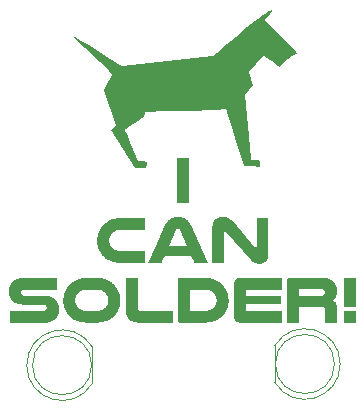
<source format=gto>
%TF.GenerationSoftware,KiCad,Pcbnew,8.0.3*%
%TF.CreationDate,2024-07-02T11:26:53+01:00*%
%TF.ProjectId,I_Can_Solder_Badge,495f4361-6e5f-4536-9f6c-6465725f4261,rev?*%
%TF.SameCoordinates,Original*%
%TF.FileFunction,Legend,Top*%
%TF.FilePolarity,Positive*%
%FSLAX46Y46*%
G04 Gerber Fmt 4.6, Leading zero omitted, Abs format (unit mm)*
G04 Created by KiCad (PCBNEW 8.0.3) date 2024-07-02 11:26:53*
%MOMM*%
%LPD*%
G01*
G04 APERTURE LIST*
%ADD10C,0.000000*%
%ADD11C,0.120000*%
G04 APERTURE END LIST*
D10*
G36*
X143788272Y-73946523D02*
G01*
X143851285Y-73950039D01*
X143911562Y-73956061D01*
X143969317Y-73964719D01*
X144024765Y-73976147D01*
X144078120Y-73990475D01*
X144129595Y-74007836D01*
X144179406Y-74028361D01*
X144227767Y-74052183D01*
X144274891Y-74079433D01*
X144320993Y-74110243D01*
X144366288Y-74144745D01*
X144410990Y-74183070D01*
X144455312Y-74225352D01*
X144499469Y-74271721D01*
X144543676Y-74322309D01*
X146400192Y-76544496D01*
X146402845Y-76548092D01*
X146405531Y-76551496D01*
X146408247Y-76554712D01*
X146410993Y-76557745D01*
X146413768Y-76560601D01*
X146416571Y-76563284D01*
X146419400Y-76565800D01*
X146422255Y-76568155D01*
X146425135Y-76570352D01*
X146428039Y-76572398D01*
X146433913Y-76576056D01*
X146439870Y-76579169D01*
X146445901Y-76581779D01*
X146451997Y-76583928D01*
X146458152Y-76585655D01*
X146464356Y-76587004D01*
X146470602Y-76588015D01*
X146476880Y-76588729D01*
X146483183Y-76589188D01*
X146489504Y-76589433D01*
X146495832Y-76589506D01*
X146504134Y-76589110D01*
X146508176Y-76588616D01*
X146512139Y-76587923D01*
X146516020Y-76587033D01*
X146519814Y-76585946D01*
X146523518Y-76584660D01*
X146527127Y-76583177D01*
X146530637Y-76581496D01*
X146534044Y-76579617D01*
X146537343Y-76577540D01*
X146540532Y-76575266D01*
X146543605Y-76572794D01*
X146546559Y-76570124D01*
X146549389Y-76567256D01*
X146552091Y-76564191D01*
X146554661Y-76560927D01*
X146557096Y-76557466D01*
X146559390Y-76553807D01*
X146561540Y-76549951D01*
X146563542Y-76545896D01*
X146565391Y-76541644D01*
X146567083Y-76537194D01*
X146568615Y-76532546D01*
X146569983Y-76527700D01*
X146571181Y-76522657D01*
X146572206Y-76517416D01*
X146573054Y-76511977D01*
X146573721Y-76506340D01*
X146574202Y-76500505D01*
X146574592Y-76488243D01*
X146574592Y-74029767D01*
X147570360Y-74029767D01*
X147570356Y-77095828D01*
X147569360Y-77148655D01*
X147566411Y-77199554D01*
X147561567Y-77248541D01*
X147554885Y-77295632D01*
X147546423Y-77340845D01*
X147536239Y-77384195D01*
X147524390Y-77425699D01*
X147510933Y-77465373D01*
X147495928Y-77503235D01*
X147479431Y-77539300D01*
X147461500Y-77573585D01*
X147442193Y-77606106D01*
X147421568Y-77636880D01*
X147399681Y-77665924D01*
X147376591Y-77693254D01*
X147352356Y-77718886D01*
X147327033Y-77742836D01*
X147300680Y-77765123D01*
X147273354Y-77785761D01*
X147245114Y-77804767D01*
X147216017Y-77822158D01*
X147186120Y-77837950D01*
X147155482Y-77852160D01*
X147124159Y-77864805D01*
X147092211Y-77875900D01*
X147059693Y-77885462D01*
X147026665Y-77893508D01*
X146993183Y-77900054D01*
X146959306Y-77905116D01*
X146925091Y-77908712D01*
X146890596Y-77910858D01*
X146855879Y-77911569D01*
X146796672Y-77910507D01*
X146739286Y-77907295D01*
X146683697Y-77901890D01*
X146629879Y-77894252D01*
X146577809Y-77884340D01*
X146527461Y-77872112D01*
X146478811Y-77857527D01*
X146431834Y-77840544D01*
X146386505Y-77821122D01*
X146342799Y-77799219D01*
X146300692Y-77774794D01*
X146260159Y-77747806D01*
X146221175Y-77718215D01*
X146183716Y-77685978D01*
X146147757Y-77651054D01*
X146113273Y-77613403D01*
X144026102Y-75199933D01*
X144020826Y-75193803D01*
X144015542Y-75188068D01*
X144010242Y-75182728D01*
X144004917Y-75177784D01*
X143999559Y-75173235D01*
X143994160Y-75169082D01*
X143988711Y-75165324D01*
X143983205Y-75161962D01*
X143977633Y-75158995D01*
X143971986Y-75156424D01*
X143966258Y-75154248D01*
X143960439Y-75152468D01*
X143954521Y-75151083D01*
X143948496Y-75150094D01*
X143942356Y-75149501D01*
X143936092Y-75149303D01*
X143931363Y-75149418D01*
X143926674Y-75149762D01*
X143922033Y-75150332D01*
X143917446Y-75151127D01*
X143912921Y-75152144D01*
X143908465Y-75153382D01*
X143904085Y-75154838D01*
X143899789Y-75156511D01*
X143895583Y-75158397D01*
X143891475Y-75160496D01*
X143887472Y-75162806D01*
X143883581Y-75165323D01*
X143879810Y-75168046D01*
X143876166Y-75170973D01*
X143872655Y-75174102D01*
X143869285Y-75177431D01*
X143866064Y-75180958D01*
X143862999Y-75184680D01*
X143860096Y-75188597D01*
X143857363Y-75192704D01*
X143854808Y-75197002D01*
X143852436Y-75201486D01*
X143850257Y-75206156D01*
X143848276Y-75211010D01*
X143846501Y-75216045D01*
X143844939Y-75221259D01*
X143843598Y-75226650D01*
X143842485Y-75232217D01*
X143841606Y-75237956D01*
X143840970Y-75243867D01*
X143840583Y-75249946D01*
X143840452Y-75256193D01*
X143840452Y-77832809D01*
X142839059Y-77832809D01*
X142839059Y-74834257D01*
X142840140Y-74774785D01*
X142843354Y-74717657D01*
X142848660Y-74662843D01*
X142856014Y-74610312D01*
X142865375Y-74560036D01*
X142876700Y-74511983D01*
X142889947Y-74466125D01*
X142905075Y-74422430D01*
X142922040Y-74380871D01*
X142940800Y-74341415D01*
X142961314Y-74304035D01*
X142983539Y-74268699D01*
X143007433Y-74235378D01*
X143032953Y-74204042D01*
X143060057Y-74174661D01*
X143088704Y-74147206D01*
X143118850Y-74121646D01*
X143150454Y-74097951D01*
X143183474Y-74076093D01*
X143217866Y-74056040D01*
X143253590Y-74037762D01*
X143290602Y-74021231D01*
X143328860Y-74006416D01*
X143368323Y-73993288D01*
X143408948Y-73981816D01*
X143450692Y-73971970D01*
X143537372Y-73957039D01*
X143628023Y-73948255D01*
X143722309Y-73945381D01*
X143788272Y-73946523D01*
G37*
G36*
X142189274Y-79092988D02*
G01*
X142302415Y-79095212D01*
X142411921Y-79101812D01*
X142517851Y-79112680D01*
X142620263Y-79127710D01*
X142719213Y-79146795D01*
X142814760Y-79169827D01*
X142906960Y-79196699D01*
X142995873Y-79227304D01*
X143081555Y-79261535D01*
X143164065Y-79299286D01*
X143243459Y-79340448D01*
X143319796Y-79384914D01*
X143393133Y-79432579D01*
X143463529Y-79483333D01*
X143531040Y-79537071D01*
X143595724Y-79593685D01*
X143664726Y-79660840D01*
X143730292Y-79731406D01*
X143792282Y-79805237D01*
X143850555Y-79882182D01*
X143904971Y-79962094D01*
X143955390Y-80044825D01*
X144001673Y-80130225D01*
X144043678Y-80218148D01*
X144081266Y-80308443D01*
X144114297Y-80400964D01*
X144142631Y-80495562D01*
X144166127Y-80592088D01*
X144184646Y-80690393D01*
X144198047Y-80790331D01*
X144206191Y-80891752D01*
X144208936Y-80994508D01*
X144206777Y-81087779D01*
X144200366Y-81179764D01*
X144189801Y-81270365D01*
X144175182Y-81359482D01*
X144156607Y-81447017D01*
X144134175Y-81532871D01*
X144107986Y-81616945D01*
X144078137Y-81699139D01*
X144044728Y-81779357D01*
X144007859Y-81857497D01*
X143967626Y-81933462D01*
X143924131Y-82007152D01*
X143877471Y-82078469D01*
X143827745Y-82147314D01*
X143775052Y-82213587D01*
X143719492Y-82277191D01*
X143652305Y-82347183D01*
X143581517Y-82413615D01*
X143507086Y-82476356D01*
X143428972Y-82535273D01*
X143347133Y-82590234D01*
X143261528Y-82641108D01*
X143172116Y-82687763D01*
X143078854Y-82730066D01*
X142981704Y-82767886D01*
X142880622Y-82801092D01*
X142775568Y-82829551D01*
X142666501Y-82853131D01*
X142553380Y-82871701D01*
X142436162Y-82885128D01*
X142314808Y-82893281D01*
X142189275Y-82896028D01*
X140135858Y-82896028D01*
X140106193Y-82895104D01*
X140092055Y-82893947D01*
X140078381Y-82892325D01*
X140065174Y-82890238D01*
X140052432Y-82887684D01*
X140040159Y-82884662D01*
X140028354Y-82881172D01*
X140017019Y-82877212D01*
X140006154Y-82872781D01*
X139995762Y-82867879D01*
X139985842Y-82862503D01*
X139976396Y-82856654D01*
X139967425Y-82850330D01*
X139958929Y-82843530D01*
X139950911Y-82836253D01*
X139943371Y-82828498D01*
X139936309Y-82820264D01*
X139929728Y-82811550D01*
X139923628Y-82802355D01*
X139918009Y-82792678D01*
X139912874Y-82782517D01*
X139908223Y-82771873D01*
X139904058Y-82760743D01*
X139900378Y-82749127D01*
X139897186Y-82737024D01*
X139894482Y-82724433D01*
X139892267Y-82711352D01*
X139890543Y-82697781D01*
X139889310Y-82683718D01*
X139888570Y-82669163D01*
X139888323Y-82654115D01*
X139888323Y-81815875D01*
X140906591Y-81815875D01*
X140906856Y-81826031D01*
X140907189Y-81830818D01*
X140907657Y-81835413D01*
X140908261Y-81839818D01*
X140909002Y-81844036D01*
X140909881Y-81848068D01*
X140910899Y-81851917D01*
X140912057Y-81855584D01*
X140913357Y-81859073D01*
X140914798Y-81862384D01*
X140916383Y-81865520D01*
X140918112Y-81868483D01*
X140919986Y-81871274D01*
X140922006Y-81873897D01*
X140924174Y-81876353D01*
X140926490Y-81878645D01*
X140928956Y-81880773D01*
X140931572Y-81882741D01*
X140934339Y-81884550D01*
X140937258Y-81886202D01*
X140940332Y-81887700D01*
X140943559Y-81889046D01*
X140946943Y-81890241D01*
X140950482Y-81891288D01*
X140954180Y-81892188D01*
X140958035Y-81892945D01*
X140962051Y-81893559D01*
X140966227Y-81894033D01*
X140970565Y-81894369D01*
X140979730Y-81894636D01*
X142189277Y-81894636D01*
X142255412Y-81893328D01*
X142318835Y-81889449D01*
X142379605Y-81883065D01*
X142437779Y-81874242D01*
X142493415Y-81863045D01*
X142546570Y-81849541D01*
X142597302Y-81833795D01*
X142645669Y-81815874D01*
X142691729Y-81795843D01*
X142735539Y-81773769D01*
X142777157Y-81749716D01*
X142816641Y-81723752D01*
X142854048Y-81695941D01*
X142889436Y-81666351D01*
X142922862Y-81635047D01*
X142954385Y-81602094D01*
X142981144Y-81571909D01*
X143006534Y-81540463D01*
X143030507Y-81507814D01*
X143053013Y-81474019D01*
X143074003Y-81439137D01*
X143093427Y-81403224D01*
X143111235Y-81366339D01*
X143127379Y-81328539D01*
X143141808Y-81289882D01*
X143154475Y-81250426D01*
X143165328Y-81210228D01*
X143174318Y-81169346D01*
X143181397Y-81127838D01*
X143186514Y-81085762D01*
X143189621Y-81043174D01*
X143190668Y-81000133D01*
X143189425Y-80952877D01*
X143185734Y-80906098D01*
X143179654Y-80859880D01*
X143171241Y-80814305D01*
X143160554Y-80769455D01*
X143147650Y-80725413D01*
X143132587Y-80682261D01*
X143115423Y-80640081D01*
X143096215Y-80598956D01*
X143075020Y-80558968D01*
X143051898Y-80520200D01*
X143026904Y-80482735D01*
X143000098Y-80446653D01*
X142971536Y-80412038D01*
X142941277Y-80378973D01*
X142909378Y-80347539D01*
X142878175Y-80319728D01*
X142845670Y-80293292D01*
X142811747Y-80268291D01*
X142776292Y-80244781D01*
X142739189Y-80222820D01*
X142700322Y-80202467D01*
X142659576Y-80183777D01*
X142616836Y-80166811D01*
X142571986Y-80151624D01*
X142524911Y-80138275D01*
X142475496Y-80126821D01*
X142423625Y-80117321D01*
X142369183Y-80109831D01*
X142312054Y-80104410D01*
X142252123Y-80101115D01*
X142189275Y-80100004D01*
X140979730Y-80100007D01*
X140970564Y-80100274D01*
X140962048Y-80101084D01*
X140958032Y-80101698D01*
X140954176Y-80102455D01*
X140950478Y-80103355D01*
X140946938Y-80104402D01*
X140943555Y-80105597D01*
X140940327Y-80106943D01*
X140937254Y-80108441D01*
X140934335Y-80110094D01*
X140931567Y-80111903D01*
X140928952Y-80113871D01*
X140926487Y-80115999D01*
X140924171Y-80118290D01*
X140922003Y-80120746D01*
X140919983Y-80123369D01*
X140918109Y-80126161D01*
X140916380Y-80129124D01*
X140914796Y-80132260D01*
X140913355Y-80135571D01*
X140912056Y-80139059D01*
X140910898Y-80142727D01*
X140909880Y-80146576D01*
X140909001Y-80150608D01*
X140908260Y-80154826D01*
X140907657Y-80159231D01*
X140906856Y-80168612D01*
X140906591Y-80178768D01*
X140906591Y-81815875D01*
X139888323Y-81815875D01*
X139888323Y-80178768D01*
X139888323Y-79329271D01*
X139888570Y-79314734D01*
X139889310Y-79300658D01*
X139890543Y-79287044D01*
X139892267Y-79273891D01*
X139894482Y-79261200D01*
X139897186Y-79248971D01*
X139900378Y-79237202D01*
X139904057Y-79225896D01*
X139908223Y-79215051D01*
X139912874Y-79204667D01*
X139918009Y-79194745D01*
X139923627Y-79185284D01*
X139929727Y-79176285D01*
X139936308Y-79167748D01*
X139943369Y-79159672D01*
X139950910Y-79152057D01*
X139958928Y-79144904D01*
X139967423Y-79138212D01*
X139976394Y-79131982D01*
X139985840Y-79126214D01*
X139995760Y-79120906D01*
X140006153Y-79116061D01*
X140017017Y-79111677D01*
X140028352Y-79107754D01*
X140040157Y-79104293D01*
X140052431Y-79101293D01*
X140065172Y-79098755D01*
X140078380Y-79096678D01*
X140092054Y-79095063D01*
X140106192Y-79093909D01*
X140135858Y-79092986D01*
X142189274Y-79092988D01*
G37*
G36*
X140016394Y-73948086D02*
G01*
X140063436Y-73951472D01*
X140109475Y-73956215D01*
X140154517Y-73962317D01*
X140198567Y-73969782D01*
X140241633Y-73978610D01*
X140283721Y-73988805D01*
X140324836Y-74000367D01*
X140364985Y-74013299D01*
X140404173Y-74027604D01*
X140442408Y-74043283D01*
X140479695Y-74060337D01*
X140516041Y-74078771D01*
X140551451Y-74098584D01*
X140585932Y-74119780D01*
X140619490Y-74142361D01*
X140652131Y-74166328D01*
X140683862Y-74191683D01*
X140714688Y-74218429D01*
X140744616Y-74246568D01*
X140773652Y-74276102D01*
X140801802Y-74307033D01*
X140829072Y-74339362D01*
X140855469Y-74373092D01*
X140880998Y-74408226D01*
X140905666Y-74444764D01*
X140929480Y-74482710D01*
X140952444Y-74522065D01*
X140974565Y-74562831D01*
X141016306Y-74648605D01*
X142389009Y-77664033D01*
X142399052Y-77686745D01*
X142408171Y-77708600D01*
X142416499Y-77729795D01*
X142424168Y-77750529D01*
X142431309Y-77771000D01*
X142438055Y-77791404D01*
X142444538Y-77811941D01*
X142450889Y-77832807D01*
X141303226Y-77832807D01*
X141301051Y-77823442D01*
X141298752Y-77814325D01*
X141296338Y-77805438D01*
X141293817Y-77796765D01*
X141288488Y-77779997D01*
X141282829Y-77763889D01*
X141276907Y-77748308D01*
X141270787Y-77733123D01*
X141258217Y-77703412D01*
X141055689Y-77242097D01*
X138805367Y-77242097D01*
X138608464Y-77697788D01*
X138595977Y-77731543D01*
X138590062Y-77748420D01*
X138584544Y-77765297D01*
X138579554Y-77782174D01*
X138575226Y-77799051D01*
X138573351Y-77807490D01*
X138571691Y-77815929D01*
X138570263Y-77824368D01*
X138569084Y-77832807D01*
X137393292Y-77832807D01*
X137406122Y-77791404D01*
X137412868Y-77771000D01*
X137420010Y-77750529D01*
X137427680Y-77729794D01*
X137436009Y-77708599D01*
X137445129Y-77686744D01*
X137455172Y-77664033D01*
X138024133Y-76403856D01*
X139176668Y-76403856D01*
X140684383Y-76403856D01*
X140099300Y-75042411D01*
X140096037Y-75034647D01*
X140092582Y-75027177D01*
X140088939Y-75019998D01*
X140085114Y-75013105D01*
X140081112Y-75006498D01*
X140076938Y-75000171D01*
X140072597Y-74994123D01*
X140068094Y-74988349D01*
X140063435Y-74982848D01*
X140058624Y-74977616D01*
X140053667Y-74972649D01*
X140048569Y-74967945D01*
X140043335Y-74963501D01*
X140037970Y-74959313D01*
X140026868Y-74951694D01*
X140015305Y-74945065D01*
X140003322Y-74939399D01*
X139990959Y-74934673D01*
X139978258Y-74930862D01*
X139965261Y-74927941D01*
X139952008Y-74925885D01*
X139938540Y-74924670D01*
X139924900Y-74924270D01*
X139912312Y-74924608D01*
X139899880Y-74925655D01*
X139887630Y-74927459D01*
X139875585Y-74930072D01*
X139863772Y-74933542D01*
X139857960Y-74935613D01*
X139852214Y-74937918D01*
X139846539Y-74940461D01*
X139840936Y-74943250D01*
X139835410Y-74946290D01*
X139829964Y-74949587D01*
X139824599Y-74953148D01*
X139819320Y-74956979D01*
X139814130Y-74961086D01*
X139809032Y-74965476D01*
X139804028Y-74970153D01*
X139799122Y-74975126D01*
X139794317Y-74980399D01*
X139789616Y-74985979D01*
X139785023Y-74991872D01*
X139780539Y-74998085D01*
X139776169Y-75004623D01*
X139771915Y-75011492D01*
X139767781Y-75018700D01*
X139763769Y-75026251D01*
X139759883Y-75034153D01*
X139756126Y-75042411D01*
X139176668Y-76403856D01*
X138024133Y-76403856D01*
X138816617Y-74648605D01*
X138858235Y-74562831D01*
X138902993Y-74482710D01*
X138950998Y-74408226D01*
X139002356Y-74339362D01*
X139057176Y-74276102D01*
X139115565Y-74218429D01*
X139177629Y-74166328D01*
X139243475Y-74119780D01*
X139313211Y-74078771D01*
X139386944Y-74043283D01*
X139464781Y-74013299D01*
X139546829Y-73988805D01*
X139633195Y-73969782D01*
X139723987Y-73956215D01*
X139819311Y-73948086D01*
X139919275Y-73945381D01*
X140016394Y-73948086D01*
G37*
G36*
X148692693Y-79092988D02*
G01*
X148692693Y-80100006D01*
X145801033Y-80100006D01*
X145795330Y-80100104D01*
X145789824Y-80100400D01*
X145784514Y-80100891D01*
X145779399Y-80101577D01*
X145774477Y-80102457D01*
X145769748Y-80103529D01*
X145765210Y-80104793D01*
X145760863Y-80106247D01*
X145756705Y-80107891D01*
X145752736Y-80109724D01*
X145748955Y-80111744D01*
X145745360Y-80113951D01*
X145741950Y-80116343D01*
X145738725Y-80118919D01*
X145735683Y-80121679D01*
X145732823Y-80124621D01*
X145730144Y-80127744D01*
X145727646Y-80131047D01*
X145725327Y-80134530D01*
X145723187Y-80138191D01*
X145721223Y-80142029D01*
X145719436Y-80146044D01*
X145717823Y-80150233D01*
X145716385Y-80154596D01*
X145715120Y-80159133D01*
X145714027Y-80163841D01*
X145713105Y-80168720D01*
X145712353Y-80173770D01*
X145711354Y-80184374D01*
X145711023Y-80195646D01*
X145711023Y-80628831D01*
X148675821Y-80628831D01*
X148675821Y-81360185D01*
X145711025Y-81360185D01*
X145711025Y-81821500D01*
X145711356Y-81833763D01*
X145711771Y-81839598D01*
X145712354Y-81845235D01*
X145713107Y-81850674D01*
X145714029Y-81855915D01*
X145715122Y-81860959D01*
X145716387Y-81865804D01*
X145717825Y-81870452D01*
X145719438Y-81874902D01*
X145721225Y-81879155D01*
X145723189Y-81883209D01*
X145725329Y-81887066D01*
X145727648Y-81890725D01*
X145730146Y-81894186D01*
X145732825Y-81897449D01*
X145735684Y-81900514D01*
X145738726Y-81903382D01*
X145741952Y-81906052D01*
X145745362Y-81908524D01*
X145748957Y-81910798D01*
X145752738Y-81912875D01*
X145756707Y-81914754D01*
X145760865Y-81916435D01*
X145765212Y-81917918D01*
X145769750Y-81919204D01*
X145774479Y-81920291D01*
X145779401Y-81921181D01*
X145784516Y-81921873D01*
X145789826Y-81922368D01*
X145795332Y-81922664D01*
X145801035Y-81922763D01*
X148692695Y-81922763D01*
X148692695Y-82896028D01*
X145227203Y-82896028D01*
X145162793Y-82893983D01*
X145132124Y-82891425D01*
X145102480Y-82887842D01*
X145073861Y-82883233D01*
X145046270Y-82877597D01*
X145019706Y-82870933D01*
X144994172Y-82863240D01*
X144969668Y-82854517D01*
X144946195Y-82844762D01*
X144923754Y-82833976D01*
X144902346Y-82822156D01*
X144881973Y-82809302D01*
X144862635Y-82795413D01*
X144844333Y-82780487D01*
X144827068Y-82764525D01*
X144810842Y-82747523D01*
X144795655Y-82729483D01*
X144781509Y-82710402D01*
X144768404Y-82690279D01*
X144756342Y-82669114D01*
X144745323Y-82646906D01*
X144735348Y-82623653D01*
X144726419Y-82599354D01*
X144718537Y-82574009D01*
X144711702Y-82547617D01*
X144705916Y-82520175D01*
X144701180Y-82491684D01*
X144697495Y-82462142D01*
X144694861Y-82431549D01*
X144693280Y-82399902D01*
X144692753Y-82367202D01*
X144692753Y-79604934D01*
X144693280Y-79573272D01*
X144694862Y-79542631D01*
X144697499Y-79513010D01*
X144701191Y-79484408D01*
X144705938Y-79456823D01*
X144711740Y-79430255D01*
X144718596Y-79404703D01*
X144726508Y-79380166D01*
X144735474Y-79356642D01*
X144745495Y-79334131D01*
X144756571Y-79312631D01*
X144768701Y-79292142D01*
X144781887Y-79272662D01*
X144796127Y-79254191D01*
X144811422Y-79236727D01*
X144827772Y-79220270D01*
X144845177Y-79204818D01*
X144863637Y-79190371D01*
X144883151Y-79176926D01*
X144903721Y-79164485D01*
X144925345Y-79153044D01*
X144948024Y-79142604D01*
X144971758Y-79133162D01*
X144996546Y-79124719D01*
X145022390Y-79117274D01*
X145049288Y-79110824D01*
X145077242Y-79105369D01*
X145106249Y-79100909D01*
X145136312Y-79097441D01*
X145167430Y-79094966D01*
X145232830Y-79092986D01*
X148692693Y-79092988D01*
G37*
G36*
X147898801Y-56412349D02*
G01*
X147900007Y-56415215D01*
X147900410Y-56419140D01*
X147900027Y-56424096D01*
X147898875Y-56430057D01*
X147896969Y-56436994D01*
X147890962Y-56453688D01*
X147882139Y-56473958D01*
X147870632Y-56497583D01*
X147856571Y-56524343D01*
X147840089Y-56554018D01*
X147821316Y-56586388D01*
X147800385Y-56621231D01*
X147777426Y-56658329D01*
X147752571Y-56697460D01*
X147725952Y-56738404D01*
X147697700Y-56780941D01*
X147667947Y-56824851D01*
X147636823Y-56869913D01*
X147328672Y-57311754D01*
X148672521Y-58669473D01*
X149194040Y-59199508D01*
X149620663Y-59639171D01*
X149908385Y-59942664D01*
X149986406Y-60029034D01*
X150013200Y-60064187D01*
X150012641Y-60066431D01*
X150010980Y-60069218D01*
X150008247Y-60072531D01*
X150004470Y-60076353D01*
X149993895Y-60085463D01*
X149979480Y-60096416D01*
X149961450Y-60109080D01*
X149940031Y-60123326D01*
X149915448Y-60139021D01*
X149887926Y-60156035D01*
X149824965Y-60193493D01*
X149752950Y-60234653D01*
X149673683Y-60278463D01*
X149588964Y-60323877D01*
X149530650Y-60355214D01*
X149475491Y-60385977D01*
X149423194Y-60416394D01*
X149373465Y-60446696D01*
X149326009Y-60477112D01*
X149280532Y-60507873D01*
X149236740Y-60539207D01*
X149194338Y-60571346D01*
X149153033Y-60604518D01*
X149112530Y-60638954D01*
X149072534Y-60674883D01*
X149032753Y-60712535D01*
X148992891Y-60752141D01*
X148952654Y-60793929D01*
X148911748Y-60838130D01*
X148869878Y-60884973D01*
X148809447Y-60952962D01*
X148751978Y-61016361D01*
X148698806Y-61073784D01*
X148651266Y-61123841D01*
X148610693Y-61165144D01*
X148578423Y-61196306D01*
X148555790Y-61215937D01*
X148548505Y-61220995D01*
X148544130Y-61222650D01*
X148537902Y-61220166D01*
X148525142Y-61212877D01*
X148481437Y-61184875D01*
X148415832Y-61140618D01*
X148331148Y-61082078D01*
X148230202Y-61011231D01*
X148115813Y-60930049D01*
X147857984Y-60744577D01*
X147724661Y-60649038D01*
X147598184Y-60560514D01*
X147481471Y-60480901D01*
X147377441Y-60412095D01*
X147289012Y-60355994D01*
X147219104Y-60314494D01*
X147170634Y-60289492D01*
X147155350Y-60283770D01*
X147146520Y-60282884D01*
X147138135Y-60288793D01*
X147124067Y-60301386D01*
X147104644Y-60320321D01*
X147080190Y-60345255D01*
X147017495Y-60411755D01*
X146938589Y-60498152D01*
X146846079Y-60601710D01*
X146742569Y-60719692D01*
X146630667Y-60849365D01*
X146512979Y-60987993D01*
X145932533Y-61677484D01*
X146121244Y-62248239D01*
X146309913Y-62819032D01*
X145951784Y-63239847D01*
X145593595Y-63660859D01*
X145829027Y-66209794D01*
X146002198Y-68058409D01*
X146087980Y-68923639D01*
X146111574Y-69088769D01*
X146439451Y-69102098D01*
X146508934Y-69105140D01*
X146571114Y-69109474D01*
X146626326Y-69115408D01*
X146674906Y-69123245D01*
X146696814Y-69127973D01*
X146717189Y-69133293D01*
X146736075Y-69139241D01*
X146753512Y-69145857D01*
X146769543Y-69153178D01*
X146784209Y-69161243D01*
X146797553Y-69170089D01*
X146809617Y-69179757D01*
X146820443Y-69190282D01*
X146830071Y-69201704D01*
X146838546Y-69214061D01*
X146845908Y-69227392D01*
X146852199Y-69241734D01*
X146857461Y-69257125D01*
X146861737Y-69273604D01*
X146865069Y-69291210D01*
X146867497Y-69309979D01*
X146869065Y-69329952D01*
X146869786Y-69373657D01*
X146867567Y-69422632D01*
X146862745Y-69477182D01*
X146839559Y-69695062D01*
X146169313Y-69675233D01*
X145499040Y-69655412D01*
X144791248Y-67262720D01*
X144511864Y-66332076D01*
X144274398Y-65566842D01*
X144103970Y-65046215D01*
X144051745Y-64902377D01*
X144025699Y-64849389D01*
X143035844Y-64870069D01*
X140875623Y-64939015D01*
X138629742Y-65019380D01*
X137382906Y-65074319D01*
X137294957Y-65081712D01*
X137259153Y-65085477D01*
X137228253Y-65089667D01*
X137201849Y-65094565D01*
X137179535Y-65100455D01*
X137169783Y-65103861D01*
X137160902Y-65107621D01*
X137152839Y-65111771D01*
X137145543Y-65116346D01*
X137138965Y-65121382D01*
X137133052Y-65126914D01*
X137127754Y-65132978D01*
X137123020Y-65139609D01*
X137118799Y-65146843D01*
X137115040Y-65154715D01*
X137111693Y-65163261D01*
X137108706Y-65172516D01*
X137103608Y-65193295D01*
X137099341Y-65217336D01*
X137091668Y-65276338D01*
X137087409Y-65307080D01*
X137084752Y-65321538D01*
X137081572Y-65335532D01*
X137077740Y-65349169D01*
X137073129Y-65362559D01*
X137067609Y-65375810D01*
X137061051Y-65389030D01*
X137053328Y-65402327D01*
X137044311Y-65415810D01*
X137033871Y-65429587D01*
X137021880Y-65443767D01*
X137008208Y-65458458D01*
X136992729Y-65473768D01*
X136975312Y-65489806D01*
X136955830Y-65506680D01*
X136934154Y-65524498D01*
X136910155Y-65543369D01*
X136883705Y-65563401D01*
X136854675Y-65584703D01*
X136822938Y-65607382D01*
X136788363Y-65631548D01*
X136710190Y-65684771D01*
X136619127Y-65745239D01*
X136514146Y-65813820D01*
X136258319Y-65978784D01*
X135678572Y-66352841D01*
X135497271Y-66471140D01*
X135424818Y-66519937D01*
X135425523Y-66529235D01*
X135432031Y-66551682D01*
X135461320Y-66633304D01*
X135510422Y-66759365D01*
X135577073Y-66924430D01*
X135753968Y-67349827D01*
X135973898Y-67866006D01*
X136544583Y-69192125D01*
X136801404Y-69211954D01*
X136960808Y-69225591D01*
X137025702Y-69232483D01*
X137081552Y-69239983D01*
X137128979Y-69248512D01*
X137168602Y-69258487D01*
X137185681Y-69264149D01*
X137201042Y-69270330D01*
X137214762Y-69277083D01*
X137226919Y-69284460D01*
X137237591Y-69292514D01*
X137246855Y-69301297D01*
X137254788Y-69310862D01*
X137261469Y-69321260D01*
X137266974Y-69332545D01*
X137271382Y-69344769D01*
X137274770Y-69357984D01*
X137277215Y-69372243D01*
X137279587Y-69404103D01*
X137279120Y-69440768D01*
X137276434Y-69482657D01*
X137272150Y-69530191D01*
X137249086Y-69767908D01*
X136745266Y-69767908D01*
X136241448Y-69767297D01*
X135226743Y-68182573D01*
X135227105Y-68180444D01*
X134212402Y-66595735D01*
X134424316Y-66397394D01*
X134636249Y-66198930D01*
X134165662Y-64707986D01*
X133695080Y-63216874D01*
X134024816Y-62561998D01*
X134152944Y-62304665D01*
X134258050Y-62088044D01*
X134329276Y-61934907D01*
X134348791Y-61889262D01*
X134355766Y-61868028D01*
X134347395Y-61855933D01*
X134322557Y-61828074D01*
X134226845Y-61728395D01*
X134075355Y-61575650D01*
X133874814Y-61376499D01*
X133353485Y-60865618D01*
X132716669Y-60249032D01*
X132083940Y-59634314D01*
X131573717Y-59128605D01*
X131238091Y-58784251D01*
X131152030Y-58688940D01*
X131132285Y-58663363D01*
X131129151Y-58653596D01*
X131134430Y-58654066D01*
X131144746Y-58657874D01*
X131179967Y-58675171D01*
X131305140Y-58746159D01*
X131496369Y-58861240D01*
X131745351Y-59015090D01*
X132383372Y-59417811D01*
X133152794Y-59911744D01*
X133926826Y-60406600D01*
X134577393Y-60812301D01*
X135036179Y-61086953D01*
X135172304Y-61162044D01*
X135213315Y-61181739D01*
X135234867Y-61188661D01*
X138991023Y-60771423D01*
X142825742Y-60324510D01*
X142846098Y-60313850D01*
X142884838Y-60287304D01*
X143013439Y-60189836D01*
X143203479Y-60038661D01*
X143446891Y-59840334D01*
X143735607Y-59601412D01*
X144061561Y-59328448D01*
X144416685Y-59027999D01*
X144792913Y-58706621D01*
X145745404Y-57895737D01*
X146106280Y-57595376D01*
X146406746Y-57351949D01*
X146659177Y-57155616D01*
X146875950Y-56996536D01*
X147069444Y-56864871D01*
X147252033Y-56750780D01*
X147372887Y-56679325D01*
X147487532Y-56613343D01*
X147593320Y-56554231D01*
X147687606Y-56503384D01*
X147767741Y-56462198D01*
X147831079Y-56432070D01*
X147874973Y-56414395D01*
X147888801Y-56410664D01*
X147896776Y-56410570D01*
X147898801Y-56412349D01*
G37*
G36*
X137089490Y-75036783D02*
G01*
X135097956Y-75036783D01*
X135035108Y-75037894D01*
X134975178Y-75041189D01*
X134918049Y-75046610D01*
X134863606Y-75054100D01*
X134811735Y-75063600D01*
X134762320Y-75075054D01*
X134715245Y-75088403D01*
X134670395Y-75103590D01*
X134627655Y-75120556D01*
X134586909Y-75139246D01*
X134548042Y-75159599D01*
X134510939Y-75181560D01*
X134475484Y-75205070D01*
X134441561Y-75230071D01*
X134409056Y-75256507D01*
X134377853Y-75284318D01*
X134345954Y-75315752D01*
X134315695Y-75348818D01*
X134287133Y-75383432D01*
X134260327Y-75419514D01*
X134235333Y-75456980D01*
X134212211Y-75495748D01*
X134191017Y-75535736D01*
X134171808Y-75576861D01*
X134154644Y-75619041D01*
X134139581Y-75662193D01*
X134126677Y-75706235D01*
X134115990Y-75751085D01*
X134107577Y-75796660D01*
X134101497Y-75842878D01*
X134097806Y-75889656D01*
X134096563Y-75936912D01*
X134097610Y-75979953D01*
X134100716Y-76022541D01*
X134105834Y-76064617D01*
X134112913Y-76106125D01*
X134121904Y-76147007D01*
X134132757Y-76187205D01*
X134145424Y-76226661D01*
X134159854Y-76265318D01*
X134175998Y-76303118D01*
X134193806Y-76340003D01*
X134213230Y-76375916D01*
X134234220Y-76410798D01*
X134256726Y-76444593D01*
X134280699Y-76477242D01*
X134306089Y-76508688D01*
X134332847Y-76538873D01*
X134364370Y-76571826D01*
X134397797Y-76603130D01*
X134433184Y-76632720D01*
X134470591Y-76660531D01*
X134510075Y-76686495D01*
X134551693Y-76710548D01*
X134595503Y-76732622D01*
X134641563Y-76752653D01*
X134689930Y-76770575D01*
X134740663Y-76786320D01*
X134793818Y-76799824D01*
X134849454Y-76811021D01*
X134907628Y-76819844D01*
X134968398Y-76826228D01*
X135031822Y-76830107D01*
X135097956Y-76831415D01*
X137089490Y-76831415D01*
X137089490Y-77832805D01*
X135097956Y-77832805D01*
X134972424Y-77830058D01*
X134851069Y-77821905D01*
X134733852Y-77808478D01*
X134620730Y-77789908D01*
X134511663Y-77766328D01*
X134406609Y-77737870D01*
X134305527Y-77704664D01*
X134208376Y-77666844D01*
X134115115Y-77624540D01*
X134025703Y-77577886D01*
X133940097Y-77527012D01*
X133858258Y-77472051D01*
X133780144Y-77413134D01*
X133705713Y-77350393D01*
X133634925Y-77283960D01*
X133567738Y-77213968D01*
X133512178Y-77150365D01*
X133459486Y-77084091D01*
X133409760Y-77015247D01*
X133363100Y-76943930D01*
X133319604Y-76870240D01*
X133279372Y-76794275D01*
X133242502Y-76716134D01*
X133209093Y-76635917D01*
X133179245Y-76553722D01*
X133153055Y-76469648D01*
X133130623Y-76383794D01*
X133112048Y-76296259D01*
X133097429Y-76207142D01*
X133086864Y-76116541D01*
X133080453Y-76024556D01*
X133078293Y-75931285D01*
X133081039Y-75828530D01*
X133089183Y-75727109D01*
X133102584Y-75627171D01*
X133121102Y-75528866D01*
X133144599Y-75432340D01*
X133172932Y-75337743D01*
X133205963Y-75245222D01*
X133243552Y-75154926D01*
X133285557Y-75067004D01*
X133331839Y-74981603D01*
X133382259Y-74898873D01*
X133436675Y-74818960D01*
X133494948Y-74742015D01*
X133556937Y-74668184D01*
X133622504Y-74597617D01*
X133691506Y-74530462D01*
X133756190Y-74473848D01*
X133823701Y-74420110D01*
X133894097Y-74369356D01*
X133967434Y-74321691D01*
X134043771Y-74277225D01*
X134123166Y-74236063D01*
X134205675Y-74198313D01*
X134291357Y-74164081D01*
X134380270Y-74133476D01*
X134472471Y-74106604D01*
X134568017Y-74083572D01*
X134666968Y-74064487D01*
X134769379Y-74049457D01*
X134875309Y-74038589D01*
X134984815Y-74031989D01*
X135097956Y-74029765D01*
X137089490Y-74029765D01*
X137089490Y-75036783D01*
G37*
G36*
X154971096Y-81905887D02*
G01*
X154971096Y-82896028D01*
X153947200Y-82896028D01*
X153947200Y-81905885D01*
X154971096Y-81905887D01*
G37*
G36*
X140878463Y-72769588D02*
G01*
X139854568Y-72769588D01*
X139854568Y-68966546D01*
X140878463Y-68966546D01*
X140878463Y-72769588D01*
G37*
G36*
X152210028Y-79094620D02*
G01*
X152291780Y-79099458D01*
X152369808Y-79107412D01*
X152444226Y-79118390D01*
X152515150Y-79132302D01*
X152582695Y-79149057D01*
X152646977Y-79168565D01*
X152708111Y-79190734D01*
X152766212Y-79215475D01*
X152821396Y-79242696D01*
X152873778Y-79272307D01*
X152923474Y-79304217D01*
X152970598Y-79338336D01*
X153015267Y-79374572D01*
X153057595Y-79412836D01*
X153097698Y-79453037D01*
X153131704Y-79490736D01*
X153164054Y-79529952D01*
X153194673Y-79570618D01*
X153223487Y-79612669D01*
X153250423Y-79656038D01*
X153275405Y-79700660D01*
X153298360Y-79746468D01*
X153319214Y-79793398D01*
X153337892Y-79841382D01*
X153354320Y-79890355D01*
X153368424Y-79940251D01*
X153380130Y-79991004D01*
X153389364Y-80042548D01*
X153396052Y-80094818D01*
X153400119Y-80147746D01*
X153401491Y-80201269D01*
X153400414Y-80258014D01*
X153397096Y-80314258D01*
X153391404Y-80369891D01*
X153383207Y-80424807D01*
X153372373Y-80478899D01*
X153358770Y-80532060D01*
X153342267Y-80584182D01*
X153322730Y-80635159D01*
X153300029Y-80684884D01*
X153274032Y-80733248D01*
X153244607Y-80780146D01*
X153228567Y-80803011D01*
X153211621Y-80825470D01*
X153193752Y-80847508D01*
X153174943Y-80869112D01*
X153155179Y-80890269D01*
X153134442Y-80910966D01*
X153112716Y-80931189D01*
X153089985Y-80950925D01*
X153066232Y-80970160D01*
X153041441Y-80988881D01*
X153087267Y-81018000D01*
X153129838Y-81048568D01*
X153169195Y-81080850D01*
X153205380Y-81115111D01*
X153238433Y-81151613D01*
X153268395Y-81190620D01*
X153295309Y-81232396D01*
X153319214Y-81277204D01*
X153340153Y-81325309D01*
X153358166Y-81376974D01*
X153373295Y-81432463D01*
X153385581Y-81492039D01*
X153395065Y-81555967D01*
X153401788Y-81624510D01*
X153405792Y-81697931D01*
X153407118Y-81776494D01*
X153407118Y-82535978D01*
X153407381Y-82593905D01*
X153408173Y-82646032D01*
X153409492Y-82693411D01*
X153411339Y-82737099D01*
X153413713Y-82778149D01*
X153416614Y-82817618D01*
X153420042Y-82856559D01*
X153423998Y-82896028D01*
X152394478Y-82896028D01*
X152390514Y-82864382D01*
X152387081Y-82832737D01*
X152384180Y-82801092D01*
X152381807Y-82769447D01*
X152379964Y-82737802D01*
X152378649Y-82706156D01*
X152377860Y-82674511D01*
X152377597Y-82642866D01*
X152377597Y-81883382D01*
X152376198Y-81839726D01*
X152371939Y-81799424D01*
X152368708Y-81780508D01*
X152364729Y-81762402D01*
X152359990Y-81745098D01*
X152354479Y-81728586D01*
X152348185Y-81712857D01*
X152341097Y-81697901D01*
X152333204Y-81683710D01*
X152324493Y-81670273D01*
X152314954Y-81657583D01*
X152304576Y-81645629D01*
X152293347Y-81634402D01*
X152281256Y-81623893D01*
X152268291Y-81614093D01*
X152254441Y-81604993D01*
X152239695Y-81596582D01*
X152224042Y-81588853D01*
X152207470Y-81581795D01*
X152189967Y-81575400D01*
X152171523Y-81569657D01*
X152152126Y-81564558D01*
X152110428Y-81556256D01*
X152064783Y-81550417D01*
X152015100Y-81546968D01*
X151961288Y-81545835D01*
X150189161Y-81545835D01*
X150189161Y-82896028D01*
X149170890Y-82896028D01*
X149170890Y-80679462D01*
X150189161Y-80679462D01*
X151989420Y-80679458D01*
X152002441Y-80679311D01*
X152015140Y-80678872D01*
X152027521Y-80678146D01*
X152039591Y-80677140D01*
X152051356Y-80675857D01*
X152062822Y-80674304D01*
X152073996Y-80672484D01*
X152084883Y-80670405D01*
X152095491Y-80668069D01*
X152105824Y-80665484D01*
X152115889Y-80662653D01*
X152125693Y-80659582D01*
X152135241Y-80656276D01*
X152144540Y-80652741D01*
X152153596Y-80648981D01*
X152162415Y-80645001D01*
X152179367Y-80636405D01*
X152195445Y-80626992D01*
X152210699Y-80616805D01*
X152225178Y-80605885D01*
X152238932Y-80594271D01*
X152252010Y-80582007D01*
X152264462Y-80569133D01*
X152276336Y-80555690D01*
X152284575Y-80545011D01*
X152292402Y-80534076D01*
X152299800Y-80522895D01*
X152306753Y-80511474D01*
X152313244Y-80499822D01*
X152319258Y-80487948D01*
X152324777Y-80475859D01*
X152329785Y-80463565D01*
X152334265Y-80451073D01*
X152338202Y-80438391D01*
X152341578Y-80425529D01*
X152344377Y-80412493D01*
X152346583Y-80399293D01*
X152348179Y-80385936D01*
X152349149Y-80372432D01*
X152349476Y-80358787D01*
X152349146Y-80344025D01*
X152348157Y-80329296D01*
X152346509Y-80314633D01*
X152344201Y-80300068D01*
X152341234Y-80285636D01*
X152337608Y-80271368D01*
X152333322Y-80257298D01*
X152328377Y-80243459D01*
X152322773Y-80229884D01*
X152316510Y-80216605D01*
X152309587Y-80203656D01*
X152302005Y-80191069D01*
X152293764Y-80178878D01*
X152284864Y-80167115D01*
X152275304Y-80155814D01*
X152265085Y-80145008D01*
X152254139Y-80133672D01*
X152242395Y-80122888D01*
X152229842Y-80112682D01*
X152216474Y-80103077D01*
X152202282Y-80094098D01*
X152187257Y-80085771D01*
X152171392Y-80078119D01*
X152154678Y-80071168D01*
X152137107Y-80064942D01*
X152118671Y-80059466D01*
X152099361Y-80054764D01*
X152079169Y-80050863D01*
X152058087Y-80047785D01*
X152036107Y-80045555D01*
X152013221Y-80044200D01*
X151989420Y-80043743D01*
X150273552Y-80043743D01*
X150268360Y-80043841D01*
X150263332Y-80044134D01*
X150258470Y-80044619D01*
X150253772Y-80045292D01*
X150249240Y-80046151D01*
X150244872Y-80047192D01*
X150240669Y-80048412D01*
X150236630Y-80049809D01*
X150232757Y-80051378D01*
X150229048Y-80053118D01*
X150225505Y-80055024D01*
X150222126Y-80057094D01*
X150218912Y-80059325D01*
X150215862Y-80061714D01*
X150212978Y-80064257D01*
X150210258Y-80066951D01*
X150207704Y-80069794D01*
X150205314Y-80072782D01*
X150203089Y-80075912D01*
X150201028Y-80079182D01*
X150199133Y-80082587D01*
X150197402Y-80086125D01*
X150195836Y-80089793D01*
X150194435Y-80093587D01*
X150193199Y-80097506D01*
X150192128Y-80101544D01*
X150191221Y-80105700D01*
X150190480Y-80109971D01*
X150189903Y-80114352D01*
X150189491Y-80118842D01*
X150189161Y-80128133D01*
X150189161Y-80679462D01*
X149170890Y-80679462D01*
X149170890Y-80128133D01*
X149170890Y-79329271D01*
X149171138Y-79314734D01*
X149171879Y-79300658D01*
X149173116Y-79287044D01*
X149174846Y-79273891D01*
X149177071Y-79261200D01*
X149179791Y-79248971D01*
X149183005Y-79237202D01*
X149186713Y-79225896D01*
X149190916Y-79215051D01*
X149195613Y-79204667D01*
X149200805Y-79194745D01*
X149206491Y-79185284D01*
X149212672Y-79176285D01*
X149219347Y-79167748D01*
X149226517Y-79159672D01*
X149234181Y-79152057D01*
X149242339Y-79144904D01*
X149250992Y-79138212D01*
X149260139Y-79131982D01*
X149269781Y-79126214D01*
X149279918Y-79120906D01*
X149290548Y-79116061D01*
X149301674Y-79111677D01*
X149313293Y-79107754D01*
X149325407Y-79104293D01*
X149338016Y-79101293D01*
X149351119Y-79098755D01*
X149364716Y-79096678D01*
X149378808Y-79095063D01*
X149393395Y-79093909D01*
X149424051Y-79092986D01*
X152124435Y-79092986D01*
X152210028Y-79094620D01*
G37*
G36*
X133137991Y-79095212D02*
G01*
X133247497Y-79101812D01*
X133353427Y-79112680D01*
X133455839Y-79127710D01*
X133554789Y-79146795D01*
X133650335Y-79169827D01*
X133742536Y-79196699D01*
X133831449Y-79227304D01*
X133917131Y-79261535D01*
X133999640Y-79299286D01*
X134079035Y-79340448D01*
X134155372Y-79384914D01*
X134228709Y-79432579D01*
X134299104Y-79483333D01*
X134366615Y-79537071D01*
X134431300Y-79593685D01*
X134500302Y-79660840D01*
X134565868Y-79731406D01*
X134627858Y-79805237D01*
X134686131Y-79882182D01*
X134740547Y-79962094D01*
X134790966Y-80044825D01*
X134837248Y-80130225D01*
X134879254Y-80218148D01*
X134916842Y-80308443D01*
X134949873Y-80400964D01*
X134978206Y-80495562D01*
X135001703Y-80592088D01*
X135020221Y-80690393D01*
X135033622Y-80790331D01*
X135041766Y-80891752D01*
X135044511Y-80994508D01*
X135042352Y-81087779D01*
X135035941Y-81179764D01*
X135025376Y-81270365D01*
X135010757Y-81359482D01*
X134992182Y-81447017D01*
X134969750Y-81532871D01*
X134943560Y-81616945D01*
X134913712Y-81699139D01*
X134880303Y-81779357D01*
X134843434Y-81857497D01*
X134803201Y-81933462D01*
X134759706Y-82007152D01*
X134713046Y-82078469D01*
X134663320Y-82147314D01*
X134610628Y-82213587D01*
X134555068Y-82277191D01*
X134487881Y-82347183D01*
X134417092Y-82413615D01*
X134342662Y-82476356D01*
X134264547Y-82535273D01*
X134182708Y-82590234D01*
X134097103Y-82641108D01*
X134007690Y-82687763D01*
X133914429Y-82730066D01*
X133817278Y-82767886D01*
X133716197Y-82801092D01*
X133611143Y-82829551D01*
X133502076Y-82853131D01*
X133388954Y-82871701D01*
X133271737Y-82885128D01*
X133150382Y-82893281D01*
X133024850Y-82896028D01*
X132225986Y-82896028D01*
X132100454Y-82893281D01*
X131979099Y-82885128D01*
X131861882Y-82871701D01*
X131748760Y-82853131D01*
X131639693Y-82829551D01*
X131534639Y-82801092D01*
X131433557Y-82767886D01*
X131336407Y-82730066D01*
X131243146Y-82687763D01*
X131153733Y-82641108D01*
X131068128Y-82590234D01*
X130986289Y-82535273D01*
X130908174Y-82476356D01*
X130833744Y-82413615D01*
X130762956Y-82347183D01*
X130695769Y-82277191D01*
X130640209Y-82213587D01*
X130587516Y-82147314D01*
X130537791Y-82078470D01*
X130491130Y-82007153D01*
X130447635Y-81933463D01*
X130407403Y-81857498D01*
X130370533Y-81779357D01*
X130337124Y-81699140D01*
X130307275Y-81616945D01*
X130281086Y-81532871D01*
X130258654Y-81447017D01*
X130240079Y-81359482D01*
X130225460Y-81270365D01*
X130214895Y-81179764D01*
X130208483Y-81087779D01*
X130206455Y-81000135D01*
X131224594Y-81000135D01*
X131225640Y-81043176D01*
X131228747Y-81085763D01*
X131233865Y-81127840D01*
X131240944Y-81169348D01*
X131249935Y-81210230D01*
X131260788Y-81250428D01*
X131273454Y-81289884D01*
X131287884Y-81328541D01*
X131304028Y-81366341D01*
X131321836Y-81403226D01*
X131341260Y-81439139D01*
X131362250Y-81474021D01*
X131384756Y-81507816D01*
X131408729Y-81540465D01*
X131434119Y-81571911D01*
X131460877Y-81602096D01*
X131492400Y-81635049D01*
X131525826Y-81666353D01*
X131561214Y-81695943D01*
X131598621Y-81723754D01*
X131638105Y-81749718D01*
X131679723Y-81773771D01*
X131723533Y-81795845D01*
X131769593Y-81815876D01*
X131817960Y-81833797D01*
X131868693Y-81849543D01*
X131921848Y-81863047D01*
X131977484Y-81874244D01*
X132035658Y-81883067D01*
X132096428Y-81889451D01*
X132159851Y-81893330D01*
X132225986Y-81894637D01*
X133024850Y-81894637D01*
X133090984Y-81893330D01*
X133154408Y-81889451D01*
X133215178Y-81883067D01*
X133273352Y-81874244D01*
X133328988Y-81863047D01*
X133382143Y-81849543D01*
X133432875Y-81833797D01*
X133481243Y-81815876D01*
X133527303Y-81795845D01*
X133571113Y-81773771D01*
X133612731Y-81749718D01*
X133652214Y-81723754D01*
X133689621Y-81695943D01*
X133725009Y-81666353D01*
X133758436Y-81635049D01*
X133789959Y-81602096D01*
X133816717Y-81571911D01*
X133842108Y-81540465D01*
X133866081Y-81507816D01*
X133888587Y-81474021D01*
X133909577Y-81439139D01*
X133929001Y-81403226D01*
X133946809Y-81366341D01*
X133962953Y-81328541D01*
X133977383Y-81289884D01*
X133990049Y-81250428D01*
X134000902Y-81210230D01*
X134009892Y-81169348D01*
X134016971Y-81127840D01*
X134022089Y-81085763D01*
X134025195Y-81043176D01*
X134026242Y-81000135D01*
X134024999Y-80952878D01*
X134021308Y-80906100D01*
X134015228Y-80859882D01*
X134006815Y-80814307D01*
X133996128Y-80769457D01*
X133983224Y-80725415D01*
X133968161Y-80682263D01*
X133950997Y-80640083D01*
X133931789Y-80598958D01*
X133910595Y-80558970D01*
X133887472Y-80520202D01*
X133862479Y-80482736D01*
X133835672Y-80446655D01*
X133807111Y-80412040D01*
X133776851Y-80378975D01*
X133744952Y-80347541D01*
X133713749Y-80319730D01*
X133681244Y-80293294D01*
X133647322Y-80268293D01*
X133611867Y-80244783D01*
X133574763Y-80222822D01*
X133535896Y-80202468D01*
X133495151Y-80183779D01*
X133452410Y-80166813D01*
X133407561Y-80151626D01*
X133360486Y-80138277D01*
X133311070Y-80126823D01*
X133259199Y-80117323D01*
X133204757Y-80109833D01*
X133147628Y-80104412D01*
X133087698Y-80101117D01*
X133024850Y-80100006D01*
X132225985Y-80100006D01*
X132163137Y-80101117D01*
X132103206Y-80104412D01*
X132046078Y-80109833D01*
X131991635Y-80117323D01*
X131939764Y-80126823D01*
X131890349Y-80138277D01*
X131843274Y-80151626D01*
X131798424Y-80166813D01*
X131755684Y-80183779D01*
X131714938Y-80202468D01*
X131676071Y-80222822D01*
X131638968Y-80244783D01*
X131603513Y-80268293D01*
X131569591Y-80293294D01*
X131537086Y-80319730D01*
X131505883Y-80347541D01*
X131473984Y-80378975D01*
X131443725Y-80412040D01*
X131415163Y-80446655D01*
X131388357Y-80482737D01*
X131363363Y-80520203D01*
X131340241Y-80558971D01*
X131319047Y-80598959D01*
X131299839Y-80640084D01*
X131282674Y-80682263D01*
X131267611Y-80725416D01*
X131254707Y-80769458D01*
X131244020Y-80814308D01*
X131235608Y-80859883D01*
X131229527Y-80906101D01*
X131225837Y-80952879D01*
X131224594Y-81000135D01*
X130206455Y-81000135D01*
X130206324Y-80994508D01*
X130209070Y-80891752D01*
X130217213Y-80790332D01*
X130230614Y-80690394D01*
X130249133Y-80592089D01*
X130272629Y-80495563D01*
X130300963Y-80400965D01*
X130333994Y-80308445D01*
X130371582Y-80218149D01*
X130413587Y-80130227D01*
X130459870Y-80044826D01*
X130510289Y-79962095D01*
X130564705Y-79882183D01*
X130622978Y-79805238D01*
X130684968Y-79731407D01*
X130750534Y-79660840D01*
X130819536Y-79593685D01*
X130884221Y-79537071D01*
X130951732Y-79483333D01*
X131022127Y-79432579D01*
X131095464Y-79384914D01*
X131171801Y-79340448D01*
X131251195Y-79299286D01*
X131333705Y-79261535D01*
X131419387Y-79227304D01*
X131508300Y-79196699D01*
X131600500Y-79169827D01*
X131696047Y-79146795D01*
X131794997Y-79127710D01*
X131897408Y-79112680D01*
X132003338Y-79101812D01*
X132112845Y-79095212D01*
X132225986Y-79092988D01*
X133024850Y-79092988D01*
X133137991Y-79095212D01*
G37*
G36*
X136518465Y-81562713D02*
G01*
X136519351Y-81612184D01*
X136522124Y-81657328D01*
X136526957Y-81698303D01*
X136530200Y-81717276D01*
X136534024Y-81735265D01*
X136538448Y-81752290D01*
X136543497Y-81768370D01*
X136549189Y-81783525D01*
X136555549Y-81797775D01*
X136562596Y-81811138D01*
X136570354Y-81823636D01*
X136578842Y-81835287D01*
X136588084Y-81846110D01*
X136598100Y-81856127D01*
X136608913Y-81865355D01*
X136620543Y-81873814D01*
X136633014Y-81881525D01*
X136646345Y-81888506D01*
X136660559Y-81894778D01*
X136675677Y-81900359D01*
X136691722Y-81905270D01*
X136708714Y-81909530D01*
X136726676Y-81913158D01*
X136745628Y-81916175D01*
X136765594Y-81918599D01*
X136808648Y-81921748D01*
X136856013Y-81922763D01*
X139494514Y-81922763D01*
X139494514Y-82896028D01*
X136732244Y-82896028D01*
X136646529Y-82894825D01*
X136564445Y-82891214D01*
X136485934Y-82885195D01*
X136410936Y-82876766D01*
X136339391Y-82865927D01*
X136271239Y-82852676D01*
X136206420Y-82837013D01*
X136144876Y-82818937D01*
X136086545Y-82798445D01*
X136031368Y-82775539D01*
X135979286Y-82750215D01*
X135930238Y-82722474D01*
X135884166Y-82692314D01*
X135841008Y-82659734D01*
X135800706Y-82624734D01*
X135763200Y-82587312D01*
X135728430Y-82547467D01*
X135696336Y-82505198D01*
X135666859Y-82460504D01*
X135639938Y-82413384D01*
X135615515Y-82363837D01*
X135593528Y-82311863D01*
X135573919Y-82257459D01*
X135556628Y-82200626D01*
X135541595Y-82141361D01*
X135528760Y-82079664D01*
X135509446Y-81948970D01*
X135498208Y-81808535D01*
X135494568Y-81658351D01*
X135494568Y-79092986D01*
X136518465Y-79092986D01*
X136518465Y-81562713D01*
G37*
G36*
X129700000Y-80100000D02*
G01*
X126965861Y-80100000D01*
X126943306Y-80100327D01*
X126922020Y-80101296D01*
X126901953Y-80102892D01*
X126883057Y-80105098D01*
X126865281Y-80107898D01*
X126848577Y-80111274D01*
X126832894Y-80115210D01*
X126818184Y-80119691D01*
X126804397Y-80124699D01*
X126791484Y-80130218D01*
X126779394Y-80136231D01*
X126768079Y-80142723D01*
X126757490Y-80149676D01*
X126747576Y-80157074D01*
X126738289Y-80164900D01*
X126729578Y-80173139D01*
X126720350Y-80182829D01*
X126711657Y-80192906D01*
X126703508Y-80203363D01*
X126695911Y-80214190D01*
X126688875Y-80225380D01*
X126682407Y-80236924D01*
X126676516Y-80248815D01*
X126671210Y-80261043D01*
X126666498Y-80273601D01*
X126662387Y-80286480D01*
X126658886Y-80299672D01*
X126656003Y-80313169D01*
X126653746Y-80326963D01*
X126652124Y-80341045D01*
X126651145Y-80355408D01*
X126650817Y-80370042D01*
X126651273Y-80385729D01*
X126652619Y-80401127D01*
X126654822Y-80416212D01*
X126657849Y-80430958D01*
X126661667Y-80445343D01*
X126666244Y-80459340D01*
X126671546Y-80472925D01*
X126677540Y-80486073D01*
X126684193Y-80498759D01*
X126691472Y-80510960D01*
X126699345Y-80522650D01*
X126707778Y-80533804D01*
X126716739Y-80544398D01*
X126726194Y-80554406D01*
X126736111Y-80563805D01*
X126746456Y-80572570D01*
X126755039Y-80579692D01*
X126763959Y-80586294D01*
X126773292Y-80592385D01*
X126783111Y-80597974D01*
X126793491Y-80603068D01*
X126804505Y-80607676D01*
X126816227Y-80611806D01*
X126828733Y-80615467D01*
X126842096Y-80618666D01*
X126856390Y-80621412D01*
X126871689Y-80623713D01*
X126888068Y-80625577D01*
X126905600Y-80627012D01*
X126924361Y-80628027D01*
X126944423Y-80628630D01*
X126965862Y-80628829D01*
X128636725Y-80628829D01*
X128715258Y-80630397D01*
X128790577Y-80635038D01*
X128862765Y-80642662D01*
X128931903Y-80653179D01*
X128998075Y-80666498D01*
X129061363Y-80682528D01*
X129121848Y-80701179D01*
X129179614Y-80722360D01*
X129234743Y-80745980D01*
X129287318Y-80771949D01*
X129337420Y-80800177D01*
X129385132Y-80830571D01*
X129430537Y-80863043D01*
X129473716Y-80897500D01*
X129514753Y-80933853D01*
X129553730Y-80972011D01*
X129590770Y-81011884D01*
X129625899Y-81053388D01*
X129659049Y-81096442D01*
X129690156Y-81140962D01*
X129719153Y-81186867D01*
X129745974Y-81234074D01*
X129770554Y-81282500D01*
X129792827Y-81332064D01*
X129812726Y-81382682D01*
X129830185Y-81434273D01*
X129845140Y-81486754D01*
X129857523Y-81540043D01*
X129867270Y-81594056D01*
X129874313Y-81648713D01*
X129878587Y-81703929D01*
X129880026Y-81759624D01*
X129878783Y-81811167D01*
X129875093Y-81862371D01*
X129869013Y-81913164D01*
X129860600Y-81963471D01*
X129849913Y-82013217D01*
X129837009Y-82062329D01*
X129821946Y-82110731D01*
X129804781Y-82158352D01*
X129785573Y-82205115D01*
X129764379Y-82250946D01*
X129741256Y-82295773D01*
X129716263Y-82339520D01*
X129689457Y-82382113D01*
X129660895Y-82423479D01*
X129630636Y-82463542D01*
X129598736Y-82502229D01*
X129558574Y-82546517D01*
X129516097Y-82588605D01*
X129471229Y-82628402D01*
X129423897Y-82665817D01*
X129374027Y-82700760D01*
X129321545Y-82733140D01*
X129266376Y-82762866D01*
X129208447Y-82789848D01*
X129147682Y-82813996D01*
X129084009Y-82835217D01*
X129017352Y-82853423D01*
X128947638Y-82868522D01*
X128874792Y-82880423D01*
X128798741Y-82889036D01*
X128719410Y-82894271D01*
X128636725Y-82896036D01*
X125688805Y-82896036D01*
X125688805Y-81922771D01*
X128456699Y-81922771D01*
X128485324Y-81922377D01*
X128512177Y-81921199D01*
X128537332Y-81919247D01*
X128560864Y-81916529D01*
X128582847Y-81913052D01*
X128603354Y-81908826D01*
X128613078Y-81906434D01*
X128622461Y-81903857D01*
X128631512Y-81901098D01*
X128640241Y-81898156D01*
X128648656Y-81895033D01*
X128656768Y-81891729D01*
X128664585Y-81888246D01*
X128672117Y-81884585D01*
X128679372Y-81880747D01*
X128686361Y-81876733D01*
X128693092Y-81872544D01*
X128699575Y-81868180D01*
X128705819Y-81863644D01*
X128711834Y-81858935D01*
X128717628Y-81854056D01*
X128723210Y-81849007D01*
X128733779Y-81838402D01*
X128743615Y-81827131D01*
X128750800Y-81818497D01*
X128757581Y-81809484D01*
X128763949Y-81800108D01*
X128769898Y-81790387D01*
X128775418Y-81780336D01*
X128780501Y-81769971D01*
X128785140Y-81759310D01*
X128789325Y-81748369D01*
X128793048Y-81737164D01*
X128796302Y-81725712D01*
X128799078Y-81714029D01*
X128801367Y-81702132D01*
X128803162Y-81690037D01*
X128804455Y-81677761D01*
X128805236Y-81665320D01*
X128805499Y-81652730D01*
X128805170Y-81638033D01*
X128804191Y-81623491D01*
X128802569Y-81609131D01*
X128800312Y-81594977D01*
X128797430Y-81581054D01*
X128793928Y-81567386D01*
X128789818Y-81553999D01*
X128785105Y-81540916D01*
X128779799Y-81528163D01*
X128773909Y-81515765D01*
X128767441Y-81503745D01*
X128760404Y-81492130D01*
X128752808Y-81480943D01*
X128744659Y-81470209D01*
X128735966Y-81459953D01*
X128726738Y-81450200D01*
X128716968Y-81439981D01*
X128706597Y-81430421D01*
X128695550Y-81421521D01*
X128683753Y-81413279D01*
X128671132Y-81405697D01*
X128657613Y-81398775D01*
X128643121Y-81392511D01*
X128627583Y-81386907D01*
X128610924Y-81381963D01*
X128593070Y-81377677D01*
X128573947Y-81374051D01*
X128553480Y-81371084D01*
X128531597Y-81368777D01*
X128508221Y-81367128D01*
X128483280Y-81366139D01*
X128456699Y-81365810D01*
X126909604Y-81365810D01*
X126817144Y-81364243D01*
X126729513Y-81359602D01*
X126646529Y-81351977D01*
X126568013Y-81341461D01*
X126493781Y-81328142D01*
X126423654Y-81312112D01*
X126357449Y-81293461D01*
X126294985Y-81272281D01*
X126236082Y-81248661D01*
X126180557Y-81222692D01*
X126128230Y-81194466D01*
X126078919Y-81164072D01*
X126032443Y-81131601D01*
X125988621Y-81097145D01*
X125947271Y-81060793D01*
X125908212Y-81022636D01*
X125871235Y-80982824D01*
X125836285Y-80941479D01*
X125803412Y-80898651D01*
X125772665Y-80854389D01*
X125744094Y-80808743D01*
X125717748Y-80761761D01*
X125693676Y-80713494D01*
X125671928Y-80663991D01*
X125652554Y-80613301D01*
X125635602Y-80561474D01*
X125621123Y-80508559D01*
X125609165Y-80454606D01*
X125599779Y-80399664D01*
X125593013Y-80343782D01*
X125588917Y-80287010D01*
X125587541Y-80229398D01*
X125588980Y-80172713D01*
X125593255Y-80116630D01*
X125600298Y-80061222D01*
X125610044Y-80006564D01*
X125622428Y-79952730D01*
X125637382Y-79899795D01*
X125654842Y-79847831D01*
X125674741Y-79796915D01*
X125697013Y-79747119D01*
X125721593Y-79698518D01*
X125748415Y-79651187D01*
X125777412Y-79605198D01*
X125808518Y-79560627D01*
X125841669Y-79517548D01*
X125876797Y-79476034D01*
X125913837Y-79436160D01*
X125952833Y-79398004D01*
X125994005Y-79361652D01*
X126037550Y-79327195D01*
X126083666Y-79294724D01*
X126132551Y-79264330D01*
X126184403Y-79236104D01*
X126239419Y-79210135D01*
X126297798Y-79186515D01*
X126359737Y-79165335D01*
X126425433Y-79146684D01*
X126495086Y-79130654D01*
X126568891Y-79117336D01*
X126647048Y-79106819D01*
X126729754Y-79099195D01*
X126817207Y-79094554D01*
X126909604Y-79092986D01*
X129700001Y-79092986D01*
X129700000Y-80100000D01*
G37*
G36*
X154971096Y-81585214D02*
G01*
X153947200Y-81585214D01*
X153947200Y-79092985D01*
X154971096Y-79092985D01*
X154971096Y-81585214D01*
G37*
D11*
%TO.C,D2*%
X148110000Y-84855000D02*
X148110000Y-87945000D01*
X148110000Y-84855170D02*
G75*
G02*
X153660000Y-86400462I2560000J-1544830D01*
G01*
X153660000Y-86399538D02*
G75*
G02*
X148110000Y-87944830I-2990000J-462D01*
G01*
X153170000Y-86400000D02*
G75*
G02*
X148170000Y-86400000I-2500000J0D01*
G01*
X148170000Y-86400000D02*
G75*
G02*
X153170000Y-86400000I2500000J0D01*
G01*
%TO.C,D1*%
X132665000Y-88045000D02*
X132665000Y-84955000D01*
X127115000Y-86500462D02*
G75*
G02*
X132665000Y-84955170I2990000J462D01*
G01*
X132665000Y-88044830D02*
G75*
G02*
X127115000Y-86499538I-2560000J1544830D01*
G01*
X132605000Y-86500000D02*
G75*
G02*
X127605000Y-86500000I-2500000J0D01*
G01*
X127605000Y-86500000D02*
G75*
G02*
X132605000Y-86500000I2500000J0D01*
G01*
%TD*%
M02*

</source>
